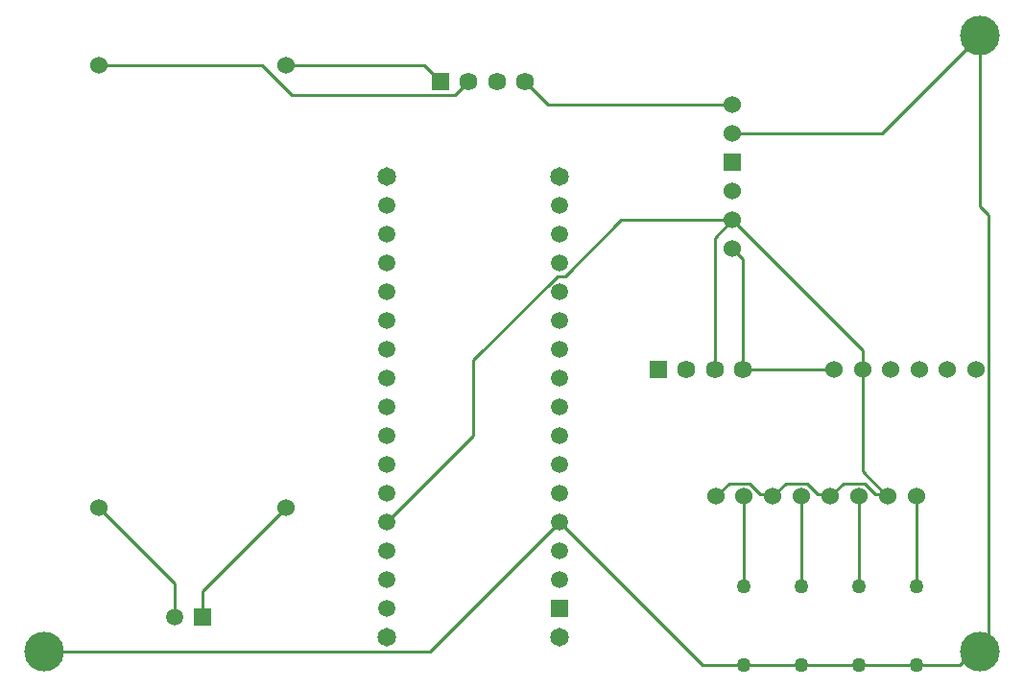
<source format=gbr>
%TF.GenerationSoftware,Altium Limited,Altium Designer,22.5.1 (42)*%
G04 Layer_Physical_Order=1*
G04 Layer_Color=255*
%FSLAX45Y45*%
%MOMM*%
%TF.SameCoordinates,23F47D9D-8B9D-40EC-A212-7CA489FF55AC*%
%TF.FilePolarity,Positive*%
%TF.FileFunction,Copper,L1,Top,Signal*%
%TF.Part,Single*%
G01*
G75*
%TA.AperFunction,Conductor*%
%ADD10C,0.25400*%
%TA.AperFunction,ComponentPad*%
%ADD11R,1.52400X1.52400*%
%ADD12C,1.52400*%
%ADD13C,3.50000*%
%ADD14C,1.25800*%
%ADD15R,1.59000X1.59000*%
%ADD16C,1.59000*%
%ADD17C,1.50800*%
%ADD18R,1.50800X1.50800*%
%ADD19C,1.65100*%
D10*
X15108299Y4559300D02*
X15287344D01*
X14994000Y4445000D02*
X15108299Y4559300D01*
X16285400Y4669600D02*
X16488055Y4466945D01*
X12854390Y4980390D02*
Y5648904D01*
X12090400Y4216400D02*
X12854390Y4980390D01*
Y5648904D02*
X13594386Y6388900D01*
X13661414D01*
X13312225Y8102600D02*
X13515425Y7899400D01*
X12694625Y7985000D02*
X12812225Y8102600D01*
X14155913Y6883400D02*
X15138400D01*
X13515425Y7899400D02*
X15138400D01*
X13661414Y6388900D02*
X14155913Y6883400D01*
X12421425Y8243400D02*
X12562225Y8102600D01*
X15138400Y7645400D02*
X16459200D01*
X16285400Y4669600D02*
Y5562900D01*
X16488055Y4466945D02*
X16510001Y4445000D01*
X16395700Y4466945D02*
X16488055D01*
X16303345Y4559300D02*
X16395700Y4466945D01*
X16002000Y4445000D02*
X16116299Y4559300D01*
X16303345D01*
X16256000Y3652000D02*
Y4445000D01*
X15887700Y4466945D02*
X15980055D01*
X16002000Y4445000D01*
X16764000Y3652000D02*
Y4445000D01*
X14982001Y6727000D02*
X15138400Y6883400D01*
X16035249Y5562750D02*
X16035400Y5562900D01*
X15138400Y6883400D02*
X16285400Y5736400D01*
X15232001Y5562600D02*
Y6535800D01*
Y5562600D02*
X15232150Y5562750D01*
X15138400Y6629400D02*
X15232001Y6535800D01*
X14982001Y5562600D02*
Y6727000D01*
X16285400Y5562900D02*
Y5736400D01*
X15232150Y5562750D02*
X16035249D01*
X15239999Y3652000D02*
Y4445000D01*
X15748000Y3652000D02*
Y4445000D01*
X15287344Y4559300D02*
X15379700Y4466945D01*
X15472055D02*
X15494000Y4445000D01*
X15379700Y4466945D02*
X15472055D01*
X15608299Y4559300D02*
X15795345D01*
X15494000Y4445000D02*
X15608299Y4559300D01*
X15795345D02*
X15887700Y4466945D01*
X9550400Y8243400D02*
X10991936D01*
X11250336Y7985000D01*
X10214800Y3378200D02*
Y3679000D01*
X10464800Y3378200D02*
Y3607800D01*
X9550400Y4343400D02*
X10214800Y3679000D01*
X13614400Y4216400D02*
X14878799Y2952000D01*
X17399699Y3238136D02*
Y6929909D01*
X17322800Y7006809D02*
X17399699Y6929909D01*
X10464800Y3607800D02*
X11200400Y4343400D01*
X11250336Y7985000D02*
X12694625D01*
X11200400Y8243400D02*
X12421425D01*
X12471400Y3073400D02*
X13614400Y4216400D01*
X17322800Y7006809D02*
Y8509000D01*
X16459200Y7645400D02*
X17322800Y8509000D01*
X15748000Y2952000D02*
X16256000D01*
X15239999D02*
X15748000D01*
X17264230Y3073400D02*
X17322800D01*
Y3161236D01*
X16256000Y2952000D02*
X16764000D01*
X17142831D02*
X17264230Y3073400D01*
X17322800Y3161236D02*
X17399699Y3238136D01*
X9067800Y3073400D02*
X12471400D01*
X14878799Y2952000D02*
X15239999D01*
X16764000D02*
X17142831D01*
D11*
X15138400Y7391400D02*
D03*
D12*
Y7137400D02*
D03*
Y6883400D02*
D03*
Y6629400D02*
D03*
Y7645400D02*
D03*
Y7899400D02*
D03*
X16764000Y4445000D02*
D03*
X16510001D02*
D03*
X16256000D02*
D03*
X16002000D02*
D03*
X15748000D02*
D03*
X15494000D02*
D03*
X15239999D02*
D03*
X14994000D02*
D03*
X17285400Y5562900D02*
D03*
X17035400D02*
D03*
X16785400D02*
D03*
X16535400D02*
D03*
X16285400D02*
D03*
X16035400D02*
D03*
X9550400Y8243400D02*
D03*
X11200400Y4343400D02*
D03*
X9550400D02*
D03*
X11200400Y8243400D02*
D03*
D13*
X17322800Y8509000D02*
D03*
X9067800Y3073400D02*
D03*
X17322800D02*
D03*
D14*
X16764000Y2952000D02*
D03*
Y3652000D02*
D03*
X16256000Y2952000D02*
D03*
Y3652000D02*
D03*
X15748000Y2952000D02*
D03*
Y3652000D02*
D03*
X15239999Y2952000D02*
D03*
Y3652000D02*
D03*
D15*
X14482001Y5562600D02*
D03*
X12562225Y8102600D02*
D03*
D16*
X14732001Y5562600D02*
D03*
X14982001D02*
D03*
X15232001D02*
D03*
X12812225Y8102600D02*
D03*
X13062225D02*
D03*
X13312225D02*
D03*
D17*
X10214800Y3378200D02*
D03*
X12090400Y3454400D02*
D03*
Y3708400D02*
D03*
Y3962400D02*
D03*
Y4216400D02*
D03*
Y4470400D02*
D03*
Y4724400D02*
D03*
Y4978400D02*
D03*
Y5232400D02*
D03*
Y5486400D02*
D03*
Y5740400D02*
D03*
Y5994400D02*
D03*
Y6248400D02*
D03*
Y6502400D02*
D03*
Y6756400D02*
D03*
Y7010400D02*
D03*
X13614400D02*
D03*
Y6756400D02*
D03*
Y6502400D02*
D03*
Y6248400D02*
D03*
Y5994400D02*
D03*
Y5740400D02*
D03*
Y5486400D02*
D03*
Y5232400D02*
D03*
Y4978400D02*
D03*
Y4724400D02*
D03*
Y4470400D02*
D03*
Y4216400D02*
D03*
Y3962400D02*
D03*
Y3708400D02*
D03*
D18*
X10464800Y3378200D02*
D03*
X13614400Y3454400D02*
D03*
D19*
X12090400Y3200400D02*
D03*
X13614400D02*
D03*
X12090400Y7264400D02*
D03*
X13614400D02*
D03*
%TF.MD5,c4fe3ea572ed2af3df6c56d794116c78*%
M02*

</source>
